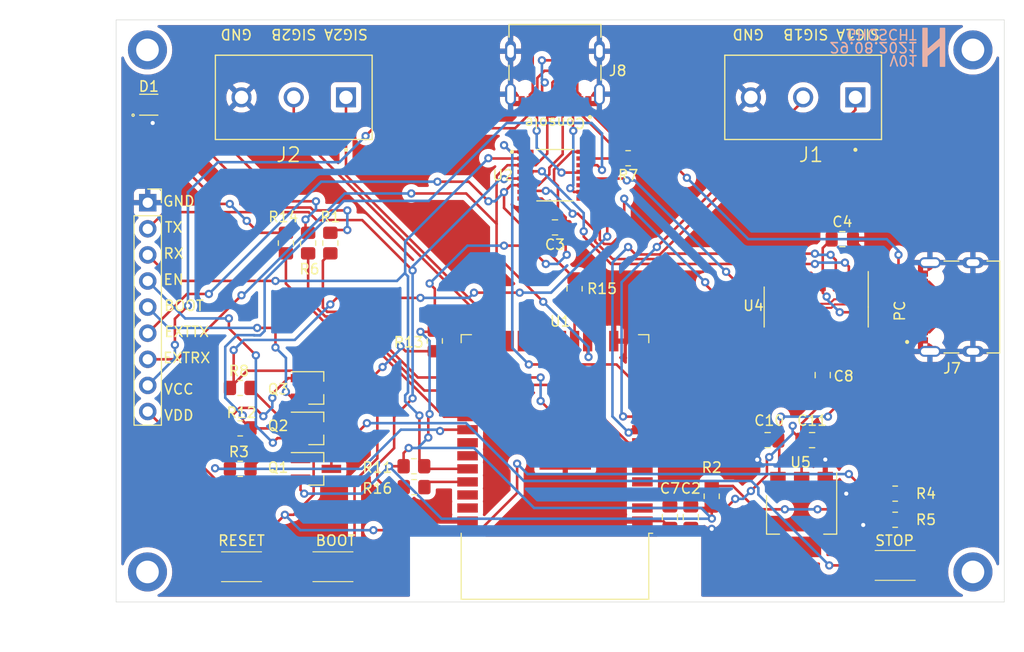
<source format=kicad_pcb>
(kicad_pcb (version 20211014) (generator pcbnew)

  (general
    (thickness 1.6)
  )

  (paper "A4")
  (title_block
    (title "Control")
    (date "2021-08-29")
    (rev "v01")
    (comment 4 "Author: GHOSCHT")
  )

  (layers
    (0 "F.Cu" signal)
    (31 "B.Cu" signal)
    (32 "B.Adhes" user "B.Adhesive")
    (33 "F.Adhes" user "F.Adhesive")
    (34 "B.Paste" user)
    (35 "F.Paste" user)
    (36 "B.SilkS" user "B.Silkscreen")
    (37 "F.SilkS" user "F.Silkscreen")
    (38 "B.Mask" user)
    (39 "F.Mask" user)
    (40 "Dwgs.User" user "User.Drawings")
    (41 "Cmts.User" user "User.Comments")
    (42 "Eco1.User" user "User.Eco1")
    (43 "Eco2.User" user "User.Eco2")
    (44 "Edge.Cuts" user)
    (45 "Margin" user)
    (46 "B.CrtYd" user "B.Courtyard")
    (47 "F.CrtYd" user "F.Courtyard")
    (48 "B.Fab" user)
    (49 "F.Fab" user)
  )

  (setup
    (pad_to_mask_clearance 0)
    (pcbplotparams
      (layerselection 0x00010fc_ffffffff)
      (disableapertmacros false)
      (usegerberextensions true)
      (usegerberattributes true)
      (usegerberadvancedattributes true)
      (creategerberjobfile true)
      (svguseinch false)
      (svgprecision 6)
      (excludeedgelayer true)
      (plotframeref false)
      (viasonmask false)
      (mode 1)
      (useauxorigin false)
      (hpglpennumber 1)
      (hpglpenspeed 20)
      (hpglpendiameter 15.000000)
      (dxfpolygonmode true)
      (dxfimperialunits true)
      (dxfusepcbnewfont true)
      (psnegative false)
      (psa4output false)
      (plotreference true)
      (plotvalue true)
      (plotinvisibletext false)
      (sketchpadsonfab false)
      (subtractmaskfromsilk true)
      (outputformat 1)
      (mirror false)
      (drillshape 0)
      (scaleselection 1)
      (outputdirectory "Gerber/")
    )
  )

  (net 0 "")
  (net 1 "VDD")
  (net 2 "GND")
  (net 3 "MUXDTR")
  (net 4 "VCC")
  (net 5 "Net-(D1-Pad2)")
  (net 6 "Net-(D1-Pad1)")
  (net 7 "Net-(D1-Pad3)")
  (net 8 "RX")
  (net 9 "TX")
  (net 10 "EN")
  (net 11 "BOOT")
  (net 12 "unconnected-(J7-PadA5)")
  (net 13 "unconnected-(J7-PadB8)")
  (net 14 "unconnected-(J7-PadA8)")
  (net 15 "unconnected-(J7-PadB5)")
  (net 16 "EXTRTS")
  (net 17 "EXTDTR")
  (net 18 "Net-(Q2-Pad1)")
  (net 19 "SIG1A")
  (net 20 "SIG1B")
  (net 21 "D+")
  (net 22 "D-")
  (net 23 "SIG2A")
  (net 24 "SIG2B")
  (net 25 "RTS")
  (net 26 "Net-(Q3-Pad1)")
  (net 27 "EXTRX")
  (net 28 "EXTTX")
  (net 29 "DTR")
  (net 30 "LEDR")
  (net 31 "STOPRST")
  (net 32 "Net-(Q1-Pad1)")
  (net 33 "LEDG")
  (net 34 "LEDB")
  (net 35 "MUXRX")
  (net 36 "Net-(R15-Pad2)")
  (net 37 "MUXTX")
  (net 38 "Net-(R16-Pad2)")
  (net 39 "unconnected-(U1-Pad4)")
  (net 40 "unconnected-(U1-Pad5)")
  (net 41 "unconnected-(U1-Pad10)")
  (net 42 "unconnected-(U1-Pad11)")
  (net 43 "MUX")
  (net 44 "unconnected-(U1-Pad13)")
  (net 45 "unconnected-(U1-Pad14)")
  (net 46 "unconnected-(U1-Pad16)")
  (net 47 "unconnected-(U1-Pad19)")
  (net 48 "Net-(Q1-Pad3)")
  (net 49 "unconnected-(U1-Pad20)")
  (net 50 "Net-(C8-Pad2)")
  (net 51 "unconnected-(U1-Pad21)")
  (net 52 "unconnected-(U1-Pad22)")
  (net 53 "unconnected-(U1-Pad23)")
  (net 54 "unconnected-(U1-Pad24)")
  (net 55 "unconnected-(U1-Pad26)")
  (net 56 "unconnected-(U1-Pad29)")
  (net 57 "unconnected-(U1-Pad32)")
  (net 58 "unconnected-(U1-Pad33)")
  (net 59 "unconnected-(U1-Pad36)")
  (net 60 "unconnected-(U1-Pad37)")
  (net 61 "Net-(R5-Pad2)")
  (net 62 "Net-(R7-Pad2)")
  (net 63 "MUXRTS")
  (net 64 "unconnected-(U4-Pad7)")
  (net 65 "unconnected-(U4-Pad8)")
  (net 66 "unconnected-(U4-Pad9)")
  (net 67 "unconnected-(U4-Pad10)")
  (net 68 "unconnected-(U4-Pad11)")
  (net 69 "unconnected-(U4-Pad12)")
  (net 70 "unconnected-(U4-Pad15)")

  (footprint "HRO_TYPE-C-31-M-12:HRO_TYPE-C-31-M-12" (layer "F.Cu") (at 187.96 101.727 90))

  (footprint "Resistor_SMD:R_0805_2012Metric_Pad1.20x1.40mm_HandSolder" (layer "F.Cu") (at 180.399 119.888))

  (footprint "Package_TO_SOT_SMD:SOT-23_Handsoldering" (layer "F.Cu") (at 124.079 117.475))

  (footprint "Resistor_SMD:R_0805_2012Metric_Pad1.20x1.40mm_HandSolder" (layer "F.Cu") (at 116.713 117.475 180))

  (footprint "Resistor_SMD:R_0805_2012Metric_Pad1.20x1.40mm_HandSolder" (layer "F.Cu") (at 180.399 122.428))

  (footprint "SKRKAEE020:SKRKAEE020" (layer "F.Cu") (at 180.399 126.873))

  (footprint "SKRKAEE020:SKRKAEE020" (layer "F.Cu") (at 116.84 127))

  (footprint "HRO_TYPE-C-31-M-12:HRO_TYPE-C-31-M-12" (layer "F.Cu") (at 147.32 76.835 180))

  (footprint "Package_SO:SOIC-16_3.9x9.9mm_P1.27mm" (layer "F.Cu") (at 172.72 101.727 -90))

  (footprint "Capacitor_SMD:C_0805_2012Metric_Pad1.18x1.45mm_HandSolder" (layer "F.Cu") (at 173.355 108.3525 90))

  (footprint "Resistor_SMD:R_0805_2012Metric_Pad1.20x1.40mm_HandSolder" (layer "F.Cu") (at 133.604 117.221))

  (footprint "CUI_TB006-508-03BE:CUI_TB006-508-03BE" (layer "F.Cu") (at 127 81.3255 180))

  (footprint "Resistor_SMD:R_0805_2012Metric_Pad1.20x1.40mm_HandSolder" (layer "F.Cu") (at 162.56 120.142 -90))

  (footprint "CUI_TB006-508-03BE:CUI_TB006-508-03BE" (layer "F.Cu") (at 176.53 81.3255 180))

  (footprint "Capacitor_SMD:C_0805_2012Metric_Pad1.18x1.45mm_HandSolder" (layer "F.Cu") (at 160.528 122.174 -90))

  (footprint "Resistor_SMD:R_0805_2012Metric_Pad1.20x1.40mm_HandSolder" (layer "F.Cu") (at 154.432 87.249 180))

  (footprint "RF_Module:ESP32-WROOM-32" (layer "F.Cu") (at 147.32 114.3 180))

  (footprint "Resistor_SMD:R_0805_2012Metric_Pad1.20x1.40mm_HandSolder" (layer "F.Cu") (at 121.158 95.504 -90))

  (footprint "Package_TO_SOT_SMD:SOT-223-3_TabPin2" (layer "F.Cu") (at 171.3015 121.92 -90))

  (footprint (layer "F.Cu") (at 107.696 127.508))

  (footprint "Resistor_SMD:R_0805_2012Metric_Pad1.20x1.40mm_HandSolder" (layer "F.Cu") (at 149.225 99.949 -90))

  (footprint "CD74HC4053PWR:SOP65P640X120-16N" (layer "F.Cu") (at 147.32 88.9))

  (footprint "Capacitor_SMD:C_0805_2012Metric_Pad1.18x1.45mm_HandSolder" (layer "F.Cu") (at 167.9995 114.681 180))

  (footprint "Resistor_SMD:R_0805_2012Metric_Pad1.20x1.40mm_HandSolder" (layer "F.Cu") (at 116.713 113.538 180))

  (footprint "Capacitor_SMD:C_0805_2012Metric_Pad1.18x1.45mm_HandSolder" (layer "F.Cu") (at 158.496 122.174 -90))

  (footprint "Resistor_SMD:R_0805_2012Metric_Pad1.20x1.40mm_HandSolder" (layer "F.Cu") (at 135.636 105.029 -90))

  (footprint "Capacitor_SMD:C_0805_2012Metric_Pad1.18x1.45mm_HandSolder" (layer "F.Cu") (at 147.32 93.98 180))

  (footprint "Capacitor_SMD:C_0805_2012Metric_Pad1.18x1.45mm_HandSolder" (layer "F.Cu") (at 172.3175 114.681))

  (footprint "TJ-S1615CY6TGLCCSRGB-A5:TJ-S1615CY6TGLCCSRGB-A5" (layer "F.Cu") (at 107.823 82.042))

  (footprint "Connector_PinSocket_2.54mm:PinSocket_1x09_P2.54mm_Vertical" (layer "F.Cu") (at 107.721 91.577))

  (footprint "Capacitor_SMD:C_0805_2012Metric_Pad1.18x1.45mm_HandSolder" (layer "F.Cu") (at 175.26 95.123))

  (footprint "Package_TO_SOT_SMD:SOT-23_Handsoldering" (layer "F.Cu") (at 124.079 109.601))

  (footprint "Package_TO_SOT_SMD:SOT-23_Handsoldering" (layer "F.Cu") (at 124.079 113.538))

  (footprint "Resistor_SMD:R_0805_2012Metric_Pad1.20x1.40mm_HandSolder" (layer "F.Cu") (at 133.62 119.253))

  (footprint (layer "F.Cu") (at 187.96 76.708))

  (footprint "Resistor_SMD:R_0805_2012Metric_Pad1.20x1.40mm_HandSolder" (layer "F.Cu") (at 123.317 95.504 -90))

  (footprint "Resistor_SMD:R_0805_2012Metric_Pad1.20x1.40mm_HandSolder" (layer "F.Cu") (at 125.476 95.504 -90))

  (footprint "Resistor_SMD:R_0805_2012Metric_Pad1.20x1.40mm_HandSolder" (layer "F.Cu") (at 116.713 109.601))

  (footprint "MountingHole:MountingHole_2.2mm_M2_DIN965_Pad" (layer "F.Cu") (at 107.696 76.708))

  (footprint (layer "F.Cu") (at 187.96 127.508))

  (footprint "SKRKAEE020:SKRKAEE020" (layer "F.Cu") (at 125.73 127 180))

  (footprint "logo:logo" (layer "B.Cu") (at 184.15 76.454 180))

  (gr_line (start 104.648 130.429) (end 191.008 130.429) (layer "Edge.Cuts") (width 0.05) (tstamp 00000000-0000-0000-0000-0000612be863))
  (gr_line (start 191.008 73.787) (end 104.648 73.787) (layer "Edge.Cuts") (width 0.05) (tstamp 27cb800c-91f2-4581-a3df-283140f8de7a))
  (gr_line (start 191.008 73.787) (end 191.008 130.429) (layer "Edge.Cuts") (width 0.05) (tstamp 8e2e528c-9fd7-4d33-b2f6-50348f1f17ab))
  (gr_line (start 104.648 73.787) (end 104.648 130.429) (layer "Edge.Cuts") (width 0.05) (tstamp c1dde370-6c97-4cf2-912e-7f65fb9cb8a0))
  (gr_text "V01" (at 181.229 77.724 180) (layer "B.SilkS") (tstamp 0bdb31bb-e7b5-4ded-9a42-2efeb7aa1eac)
    (effects (font (size 1 1) (thickness 0.15)) (justify mirror))
  )
  (gr_text "GHOSCHT" (at 179.07 75.184 180) (layer "B.SilkS") (tstamp 2923ebe6-b266-428c-b7d5-56fe4ec64f67)
    (effects (font (size 1 1) (thickness 0.15)) (justify mirror))
  )
  (gr_text "29.08.2021" (at 178.308 76.454 180) (layer "B.SilkS") (tstamp aa17e972-073e-46ab-870d-59e31e60c64c)
    (effects (font (size 1 1) (thickness 0.15)) (justify mirror))
  )
  (gr_text "BOOT" (at 125.984 124.46) (layer "F.SilkS") (tstamp 088b35ab-6d78-4c44-aeb5-74ffb6209ceb)
    (effects (font (size 1 1) (thickness 0.15)))
  )
  (gr_text "GND" (at 166.116 75.184 180) (layer "F.SilkS") (tstamp 11b9ffc6-14e8-4e91-8762-3d81fe2a07d2)
    (effects (font (size 1 1) (thickness 0.15)))
  )
  (gr_text "TX" (at 110.236 93.98) (layer "F.SilkS") (tstamp 24d2a8f4-83f5-480f-8025-157150dffac1)
    (effects (font (size 1 1) (thickness 0.15)))
  )
  (gr_text "PC" (at 180.848 102.108 90) (layer "F.SilkS") (tstamp 2a8f9805-2ef4-442d-b857-33308da9e6ff)
    (effects (font (size 1 1) (thickness 0.15)))
  )
  (gr_text "EXTTX" (at 111.506 104.14) (layer "F.SilkS") (tstamp 42442343-71e9-4fd8-af53-d327066ba410)
    (effects (font (size 1 1) (thickness 0.15)))
  )
  (gr_text "STOP" (at 180.34 124.46) (layer "F.SilkS") (tstamp 5d4fb0aa-e113-45aa-a776-e15a6f39ec77)
    (effects (font (size 1 1) (thickness 0.15)))
  )
  (gr_text "RESET" (at 116.84 124.46) (layer "F.SilkS") (tstamp 621c3af4-90a1-4ba1-81a2-96555f589eec)
    (effects (font (size 1 1) (thickness 0.15)))
  )
  (gr_text "VCC" (at 110.744 109.728) (layer "F.SilkS") (tstamp 6226a305-f20f-4b9e-b4cb-51ceb4b5635c)
    (effects (font (size 1 1) (thickness 0.15)))
  )
  (gr_text "SIG1A" (at 176.784 75.184 180) (layer "F.SilkS") (tstamp 6cdf380d-6a57-49a6-8f50-d7a4f8042bdc)
    (effects (font (size 1 1) (thickness 0.15)))
  )
  (gr_text "SIG1B" (at 171.704 75.184 180) (layer "F.SilkS") (tstamp 80184351-19b3-4bcd-82a1-58efa7bb8354)
    (effects (font (size 1 1) (thickness 0.15)))
  )
  (gr_text "SIG2B" (at 121.92 75.184 180) (layer "F.SilkS") (tstamp 898d1a4e-37cd-49c7-9c88-360a5e2964d8)
    (effects (font (size 1 1) (thickness 0.15)))
  )
  (gr_text "EXTRX" (at 111.506 106.68) (layer "F.SilkS") (tstamp 92cb1f6a-7469-4da5-bac0-8161abd9c26a)
    (effects (font (size 1 1) (thickness 0.15)))
  )
  (gr_text "GND" (at 110.744 91.44) (layer "F.SilkS") (tstamp a97de3bc-5ccd-42d6-9a63-b1503b8a9792)
    (effects (font (size 1 1) (thickness 0.15)))
  )
  (gr_text "VDD" (at 110.744 112.268) (layer "F.SilkS") (tstamp ae528489-6d55-4f16-814d-6ca34115416c)
    (effects (font (size 1 1) (thickness 0.15)))
  )
  (gr_text "EN" (at 110.236 99.06) (layer "F.SilkS") (tstamp aead7a94-6d70-4c1c-a9ab-3cb20a40441b)
    (effects (font (size 1 1) (thickness 0.15)))
  )
  (gr_text "SIG2A" (at 127 75.184 180) (layer "F.SilkS") (tstamp c536e94d-b0a9-457b-87ac-a4d2776a6072)
    (effects (font (size 1 1) (thickness 0.15)))
  )
  (gr_text "GND" (at 116.332 75.184 180) (layer "F.SilkS") (tstamp cdd4d047-9758-4b64-9ac5-1aaa6e3ca935)
    (effects (font (size 1 1) (thickness 0.15)))
  )
  (gr_text "BOOT" (at 111.252 101.6) (layer "F.SilkS") (tstamp f4ac5d7d-9a90-4d9f-9cdf-2565605b767d)
    (effects (font (size 1 1) (thickness 0.15)))
  )
  (gr_text "Console" (at 147.32 83.82 180) (layer "F.SilkS") (tstamp f588c104-1c05-4c2f-97b5-7cbc3bc48578)
    (effects (font (size 1 1) (thickness 0.15)))
  )
  (gr_text "RX" (at 110.236 96.52) (layer "F.SilkS") (tstamp f6aa4674-d291-423a-aa6a-d393beaaa511)
    (effects (font (size 1 1) (thickness 0.15)))
  )

  (segment (start 176.53 102.235) (end 177.165 102.87) (width 0.25) (layer "F.Cu") (net 1) (tstamp 0772fd48-5bc3-4da8-9b0d-ccf6209591d0))
  (segment (start 134.239 104.14) (end 135.525 104.14) (width 0.25) (layer "F.Cu") (net 1) (tstamp 09539c11-3ba5-4276-b948-a5382bb78908))
  (segment (start 173.355 99.252) (end 173.355 100.33) (width 0.25) (layer "F.Cu") (net 1) (tstamp 0a9c7f15-aa9f-4a0a-b05c-3fc15e0d0978))
  (segment (start 173.355 99.252) (end 173.355 95.9905) (width 0.25) (layer "F.Cu") (net 1) (tstamp 0b3fd315-37ba-42d0-8b56-30a8f9dcf11b))
  (segment (start 171.28 113.089993) (end 171.28 114.681) (width 0.25) (layer "F.Cu") (net 1) (tstamp 0b7afe7a-ff88-44ea-ac05-02dfa9d6276c))
  (segment (start 114.32352 118.49952) (end 122.50448 118.49952) (width 0.25) (layer "F.Cu") (net 1) (tstamp 0ceddf5b-010b-4f0e-9269-3bad7cb9d81b))
  (segment (start 148.3575 93.002698) (end 148.3575 93.98) (width 0.25) (layer "F.Cu") (net 1) (tstamp 1a749d4d-d750-4ef4-8ae3-8f732e4329d6))
  (segment (start 132.604 115.935) (end 133.096 115.443) (width 0.25) (layer "F.Cu") (net 1) (tstamp 1aece9cb-2b9d-4518-9f44-0ccc0cdea940))
  (segment (start 162.56 122.303569) (end 162.574027 122.317596) (width 0.25) (layer "F.Cu") (net 1) (tstamp 1ba25e51-decd-41d7-b19b-b2ab586c204c))
  (segment (start 135.001 114.427) (end 135.001 112.268) (width 0.25) (layer "F.Cu") (net 1) (tstamp 295b5c8a-7bd7-4591-ade0-3435507c03b4))
  (segment (start 122.579 118.425) (end 122.579 119.531) (width 0.25) (layer "F.Cu") (net 1) (tstamp 343cb678-90ca-4aff-af78-94cc88a75536))
  (segment (start 132.604 117.221) (end 131.191 117.221) (width 0.25) (layer "F.Cu") (net 1) (tstamp 345072f7-c29d-4b13-bb9b-df0230736cf0))
  (segment (start 171.3015 114.7025) (end 171.28 114.681) (width 0.25) (layer "F.Cu") (net 1) (tstamp 35c989e0-39e1-43ec-b239-d7e1dcb0c7f0))
  (segment (start 167.926989 116.553011) (end 168.148 116.332) (width 0.25) (layer "F.Cu") (net 1) (tstamp 3aab8366-63f5-4a9a-bf3f-b8a16b9fd9de))
  (segment (start 162.56 121.142) (end 162.56 122.303569) (width 0.25) (layer "F.Cu") (net 1) (tstamp 40840c3a-c337-4642-82f1-bbf967ef10a6))
  (segment (start 148.463 96.647) (end 148.3575 96.5415) (width 0.25) (layer "F.Cu") (net 1) (tstamp 418b02e3-6526-4cf0-82ea-c3c3238b2643))
  (segment (start 135.525 104.14) (end 135.636 104.029) (width 0.25) (layer "F.Cu") (net 1) (tstamp 427bd064-4fc8-407a-a475-7edd970c0697))
  (segment (start 144.653 95.758) (end 146.431 97.536) (width 0.25) (layer "F.Cu") (net 1) (tstamp 4ec9d43d-a546-4687-9474-3b0dd77d9b21))
  (segment (start 173.355 95.9905) (end 174.2225 95.123) (width 0.25) (layer "F.Cu") (net 1) (tstamp 5068ffea-401d-480b-be7d-45dcc507ba42))
  (segment (start 147.230499 89.563181) (end 147.605022 89.937704) (width 0.25) (layer "F.Cu") (net 1) (tstamp 50ef0067-b3a9-43c5-b537-d51ed6c443b2))
  (segment (start 162.417 121.285) (end 162.56 121.142) (width 0.25) (layer "F.Cu") (net 1) (tstamp 585653c5-22e7-4d7b-9b71-fb8ec0e14d9c))
  (segment (start 122.50448 118.49952) (end 122.579 118.425) (width 0.25) (layer "F.Cu") (net 1) (tstamp 58d3fcfb-bd84-4bf3-8b51-59e23982d9e7))
  (segment (start 147.605022 89.937704) (end 147.605022 92.25022) (width 0.25) (layer "F.Cu") (net 1) (tstamp 5e950593-e787-492f-8b7c-8f547d7dba36))
  (segment (start 173.355 100.33) (end 173.736 100.711) (width 0.25) (layer "F.Cu") (net 1) (tstamp 6744e999-2a5e-48b8-9441-51aa812e68d7))
  (segment (start 171.3015 118.77) (end 171.3015 114.7025) (width 0.25) (layer "F.Cu") (net 1) (tstamp 6a1c6a39-a320-48b7-bab4-cc1192b1ccdd))
  (segment (start 177.165 104.202) (end 177.165 107.204993) (width 0.25) (layer "F.Cu") (net 1) (tstamp 73c11c9b-605e-4462-916a-83ee7cabbb43))
  (segment (start 173.355 99.252) (end 173.355 99.628072) (width 0.25) (layer "F.Cu") (net 1) (tstamp 7ba12f4a-ec6d-468c-99a1-51f405e6fc04))
  (segment (start 158.3475 121.285) (end 158.496 121.1365) (width 0.25) (layer "F.Cu") (net 1) (tstamp 7e475ffe-a64d-4cb1-820d-307b1df0149b))
  (segment (start 148.9514 86.625) (end 147.230499 88.345901) (width 0.25) (layer "F.Cu") (net 1) (tstamp 9ce3bc21-a5b6-49f5-b629-dc32c558e229))
  (segment (start 107.721 111.897) (end 114.32352 118.49952) (width 0.25) (layer "F.Cu") (net 1) (tstamp 9e1b2541-b67f-4b5e-bd09-efd5a0086134))
  (segment (start 147.230499 88.345901) (end 147.230499 89.563181) (width 0.25) (layer "F.Cu") (net 1) (tstamp 9f693ee3-ffa9-44a2-84e0-ac72d6dbe1a3))
  (segment (start 166.37 119.634) (end 167.926989 118.077011) (width 0.25) (layer "F.Cu") (net 1) (tstamp a2b97d53-3195-4227-8011-b624454b9fae))
  (segment (start 167.926989 118.077011) (end 167.926989 116.553011) (width 0.25) (layer "F.Cu") (net 1) (tstamp a4064802-7875-4c55-8f07-b0762ce79d9b))
  (segment (start 170.434 113.835) (end 171.28 114.681) (width 0.25) (layer "F.Cu") (net 1) (tstamp a82069c3-7919-45fa-afa6-fc79c0228e3a))
  (segment (start 160.3795 121.285) (end 160.528 121.1365) (width 0.25) (layer "F.Cu") (net 1) (tstamp af438183-42bf-4f00-95bd-83cb89f716bf))
  (segment (start 122.579 119.531) (end 122.936 119.888) (width 0.25) (layer "F.Cu") (net 1) (tstamp b34bf608-3625-42a2-9d34-609708d3b8fe))
  (segment (start 148.3575 96.5415) (end 148.3575 93.98) (width 0.25) (layer "F.Cu") (net 1) (tstamp b3668f36-2753-47f4-9a49-876054e09a6f))
  (segment (start 177.165 102.87) (end 177.165 104.202) (width 0.25) (layer "F.Cu") (net 1) (tstamp b52c907b-8b3f-4ef5-87d2-50ffb8fd7ffc))
  (segment (start 177.165 107.204993) (end 171.28 113.089993) (width 0.25) (layer "F.Cu") (net 1) (tstamp b57cd337-be8b-4f7a-a766-04c16dc178dd))
  (segment (start 162.56 121.142) (end 164.1 121.142) (width 0.25) (layer "F.Cu") (net 1) (tstamp b7affdf8-6c67-4cb0-a191-645d6b76245e))
  (segment (start 150.19 86.625) (end 148.9514 86.625) (width 0.25) (layer "F.Cu") (net 1) (tstamp cc753394-79ea-4b53-a8af-a1bf7d53b10f))
  (segment (start 135.636 104.029) (end 135.636 99.949) (width 0.25) (layer "F.Cu") (net 1) (tstamp cff3efef-0f8f-4180-b13e-7b9f6aaf6281))
  (segment (start 135.636 99.949) (end 135.128 99.441) (width 0.25) (layer "F.Cu") (net 1) (tstamp d5eef11e-fe21-4235-bc85-2c8920677f98))
  (segment (start 132.604 117.221) (end 132.604 115.935) (width 0.25) (layer "F.Cu") (net 1) (tstamp d65d2812-1361-43d8-8287-3dd1106c2248))
  (segment (start 135.001 112.268) (end 135.128 112.141) (width 0.25) (layer "F.Cu") (net 1) (tstamp d752649f-8867-4a3d-b289-6187db024c75))
  (segment (start 175.006 102.235) (end 176.53 102.235) (width 0.25) (layer "F.Cu") (net 1) (tstamp da40ea85-accb-4afa-806b-e4833abeed1e))
  (segment (start 147.605022 92.25022) (end 148.3575 93.002698) (width 0.25) (layer "F.Cu") (net 1) (tstamp defb4790-822e-406a-886d-2dccfcf9a195))
  (segment (start 164.1 121.142) (end 164.846 120.396) (width 0.25) (layer "F.Cu") (net 1) (tstamp e0622e0c-c962-4d15-afc4-1deec92b669a))
  (segment (start 170.434 113.284) (end 170.434 113.835) (width 0.25) (layer "F.Cu") (net 1) (tstamp e8b56a80-d3e0-43c7-b08f-00c7e1b348c8))
  (segment (start 142.367 95.758) (end 144.653 95.758) (width 0.25) (layer "F.Cu") (net 1) (tstamp e90ee953-5405-4a9d-af65-8a627a5e9c27))
  (segment (start 155.82 121.285) (end 162.417 121.285) (width 0.25) (layer "F.Cu") (net 1) (tstamp eebd6bcd-d38b-41a3-be37-17ab9bba9c94))
  (via (at 164.846 120.396) (size 0.8) (drill 0.4) (layers "F.Cu" "B.Cu") (net 1) (tstamp 18840ba6-e9c9-4c29-8bba-f8492c1e4bbe))
  (via (at 133.096 115.443) (size 0.8) (drill 0.4) (layers "F.Cu" "B.Cu") (net 1) (tstamp 2021f175-0a66-43bc-8c54-3b3b783c01d1))
  (via (at 173.736 100.711) (size 0.8) (drill 0.4) (layers "F.Cu" "B.Cu") (net 1) (tstamp 232054d8-fe51-4f6e-b84d-2bc2bf4f3aa0))
  (via (at 170.434 113.284) (size 0.8) (drill 0.4) (layers "F.Cu" "B.Cu") (net 1) (tstamp 2513bb60-f36a-4b2c-bd12-64ca567aef4c))
  (via (at 166.37 119.634) (size 0.8) (drill 0.4) (layers "F.Cu" "B.Cu") (net 1) (tstamp 42f77991-b59b-460d-b37d-128406f3f563))
  (via (at 142.367 95.758) (size 0.8) (drill 0.4) (layers "F.Cu" "B.Cu") (net 1) (tstamp 4501db26-2488-4db9-af45-4b3467011c80))
  (via (at 134.239 104.14) (size 0.8) (drill 0.4) (layers "F.Cu" "B.Cu") (net 1) (tstamp 492b4325-719b-4029-8f69-57186437ff7d))
  (via (at 168.148 116.332) (size 0.8) (drill 0.4) (layers "F.Cu" "B.Cu") (net 1) (tstamp 50fad4b8-0f32-44e5-b80c-7c8bd244bd6b))
  (via (at 135.128 99.441) (size 0.8) (drill 0.4) (layers "F.Cu" "B.Cu") (net 1) (tstamp 6221b4e6-9140-4049-861c-0eafd26316ba))
  (via (at 148.463 96.647) (size 0.8) (drill 0.4) (layers "F.Cu" "B.Cu") (net 1) (tstamp 6cb093cc-353e-4b67-8094-551608dc1e7e))
  (via (at 162.574027 122.317596) (size 0.8) (drill 0.4) (layers "F.Cu" "B.Cu") (net 1) (tstamp 89da002b-1c6b-4f22-a7ad-bcf65f82819e))
  (via (at 135.001 114.427) (size 0.8) (drill 0.4) (layers "F.Cu" "B.Cu") (net 1) (tstamp 9cb21eb4-986e-4d26-9147-63d29d7c7b73))
  (via (at 135.128 112.141) (size 0.8) (drill 0.4) (layers "F.Cu" "B.Cu") (net 1) (tstamp bfbdec1c-3f00-4e3f-a960-a05ea99d5c95))
  (via (at 146.431 97.536) (size 0.8) (drill 0.4) (layers "F.Cu" "B.Cu") (net 1) (tstamp c4676c82-8be7-43c7-ade8-7271cc2a881f))
  (via (at 175.006 102.235) (size 0.8) (drill 0.4) (layers "F.Cu" "B.Cu") (net 1) (tstamp d5eae238-2bf7-49b2-a399-fc40f0683f3a))
  (via (at 122.936 119.888) (size 0.8) (drill 0.4) (layers "F.Cu" "B.Cu") (net 1) (tstamp dc544e89-32c3-4445-98c2-04b3b91d6685))
  (via (at 131.191 117.221) (size 0.8) (drill 0.4) (layers "F.Cu" "B.Cu") (net 1) (tstamp fb89ad61-c608-4886-acc7-50d84b02865b))
  (segment (start 165.608 120.396) (end 166.37 119.634) (width 0.25) (layer "B.Cu") (net 1) (tstamp 021e50eb-f434-436c-96fe-615aa4e1c176))
  (segment (start 131.191 117.221) (end 136.297543 122.327543) (width 0.25) (layer "B.Cu") (net 1) (tstamp 09510aad-744d-4e76-84e6-9e7d678cbe82))
  (segment (start 122.936 119.888) (end 128.524 119.888) (width 0.25) (layer "B.Cu") (net 1) (tstamp 0dadc6cf-eb96-4951-85e9-e0c787c3fdfc))
  (segment (start 136.297543 122.327543) (end 162.56408 122.327543) (width 0.25) (layer "B.Cu") (net 1) (tstamp 1458f440-8773-4375-a788-3dacc7873cb6))
  (segment (start 173.736 100.965) (end 175.006 102.235) (width 0.25) (layer "B.Cu") (net 1) (tstamp 1a060c41-e347-43d0-be76-cda6be6fabdb))
  (segment (start 162.56408 122.327543) (end 162.574027 122.317596) (width 0.25) (layer "B.Cu") (net 1) (tstamp 1b88db39-08c0-4e9a-928c-64d2b65e8f13))
  (segment (start 146.431 97.536) (end 147.574 97.536) (width 0.25) (layer "B.Cu") (net 1) (tstamp 2198910c-e4cf-47f8-bf8f-cbbbc3478ac3))
  (segment (start 135.128 112.141) (end 135.128 105.029) (width 0.25) (layer "B.Cu") (net 1) (tstamp 3186f461-6363-44b7-a33a-33bed59e4434))
  (segment (start 170.434 114.046) (end 170.434 113.284) (width 0.25) (layer "B.Cu") (net 1) (tstamp 34f20199-ca06-40d1-8580-b81f90c00cf8))
  (segment (start 145.288 121.285) (end 161.541431 121.285) (width 0.25) (layer "B.Cu") (net 1) (tstamp 3a761c2b-07fd-433e-a62f-3878d7bc6ba9))
  (segment (start 147.574 97.536) (end 148.463 96.647) (width 0.25) (layer "B.Cu") (net 1) (tstamp 40ac8635-5d7f-4583-b6fb-cb9e6af80bde))
  (segment (start 138.811 95.758) (end 142.367 95.758) (width 0.25) (layer "B.Cu") (net 1) (tstamp 4c613a89-ac24-4a04-a084-f9e352b15c0b))
  (segment (start 168.148 116.332) (end 170.434 114.046) (width 0.25) (layer "B.Cu") (net 1) (tstamp 65722034-28f2-4b02-a23d-9f52d6b6ffc9))
  (segment (start 161.541431 121.285) (end 162.574027 122.317596) (width 0.25) (layer "B.Cu") (net 1) (tstamp 75bb7da6-039f-40b8-ba94-99186b61d8b3))
  (segment (start 173.736 100.711) (end 173.736 100.965) (width 0.25) (layer "B.Cu") (net 1) (tstamp 7b186dc8-e40f-4e57-b661-81bd77a787b0))
  (segment (start 133.096 115.443) (end 133.985 115.443) (width 0.25) (layer "B.Cu") (net 1) (tstamp 7b1c8056-d92e-4fa6-97c4-e749f8a138eb))
  (segment (start 128.524 119.888) (end 131.191 117.221) (width 0.25) (layer "B.Cu") (net 1) (tstamp 7fb664a2-82a3-4290-b696-2187d2a43efa))
  (segment (start 135.128 105.029) (end 134.239 104.14) (width 0.25) (layer "B.Cu") (net 1) (tstamp 815965e0-40fa-4af4-8276-781b56064ceb))
  (segment (start 133.096 115.443) (end 139.446 115.443) (width 0.25) (layer "B.Cu") (net 1) (tstamp 82bb7156-1a6e-4d66-a09d-1fa84847ab75))
  (segment (start 139.446 115.443) (end 145.288 121.285) (width 0.25) (layer "B.Cu") (net 1) (tstamp 8416dec8-9844-4f31-a549-a6821ad18541))
  (segment (start 135.128 99.441) (end 138.811 95.758) (width 0.25) (layer "B.Cu") (net 1) (tstamp b3861277-460b-459f-9615-f77724548773))
  (segment (start 133.985 115.443) (end 135.001 114.427) (width 0.25) (layer "B.Cu") (net 1) (tstamp c1e67729-27c7-45dc-869e-f9df84ca8004))
  (segment (start 164.846 120.396) (end 165.608 120.396) (width 0.25) (layer "B.Cu") (net 1) (tstamp f659ace2-501e-415d-8f61-6e9a089ba861))
  (segment (start 166.962 114.681) (end 166.962 116.5645) (width 0.25) (layer "F.Cu") (net 2) (tstamp 1b1a26fb-eea8-4963-98ba-3cac0a0e7699))
  (segment (start 173.6015 118.77) (end 173.6015 116.572) (width 0.25) (layer "F.Cu") (net 2) (tstamp 22dd4885-f793-41fd-ba84-9e4b22514ffd))
  (segment (start 173.6015 116.572) (end 173.6015 114.9275) (width 0.25) (layer "F.Cu") (net 2) (tstamp 24d69e87-630c-4724-b73d-b9e4caa64bc0))
  (segment (start 106.951 82.567) (end 108.204 83.82) (width 0.25) (layer "F.Cu") (net 2) (tstamp 28710afd-dbe4-49da-80e6-73b74ac15c5b))
  (segment (start 162.4545 123.2115) (end 162.56 123.317) (width 0.25) (layer "F.Cu") (net 2) (tstamp 3341f917-00e9-4810-94f3-96deafe06e46))
  (segment (start 173.6015 118.77) (end 174.523 118.77) (width 0.25) (layer "F.Cu") (net 2) (tstamp 4fa34a99-9ad0-40fe-b35b-ef05b125c097))
  (segment (start 176.2975 95.123) (end 177.165 95.9905) (width 0.25) (layer "F.Cu") (net 2) (tstamp 5113a62a-daec-470b-a57d-52848c897cce))
  (segment (start 157.8395 122.555) (end 158.496 123.2115) (width 0.25) (layer "F.Cu") (net 2) (tstamp 59e48bd4-8c69-4be4-8845-3a9b411cbd7a))
  (segment (start 146.2825 93.98) (end 146.2825 91.4185) (width 0.25) (layer "F.Cu") (net 2) (tstamp 725aa646-07f4-41a4-87d7-9ecbdefef9f2))
  (segment (start 160.528 123.2115) (end 162.4545 123.2115) (width 0.25) (layer "F.Cu") (net 2) (tstamp 73ad6bf0-ec84-4d6c-b16b-9e75d276023d))
  (segment (start 178.891 122.936) (end 179.399 122.428) (width 0.25) (layer "F.Cu") (net 2) (tstamp 7ad25299-91f9-411e-a806-ef030c3fa5ee))
  (segment (start 166.962 116.5645) (end 166.9835 116.586) (width 0.25) (layer "F.Cu") (net 2) (tstamp 8d9d6cc8-1df0-4396-b630-452cd78f693c))
  (segment (start 158.496 123.2115) (end 160.528 123.2115) (width 0.25) (layer "F.Cu") (net 2) (tstamp a8d0cb69-2c4b-4754-99f8-fc8a779a0974))
  (segment (start 146.2825 91.4185) (end 146.039 91.175) (width 0.25) (layer "F.Cu") (net 2) (tstamp b074f8cd-fad1-46b9-932c-c465284afbb1))
  (segment (start 146.039 91.175) (end 144.45 91.175) (width 0.25) (layer "F.Cu") (net 2) (tstamp b3681630-b389-486a-b9d4-90e531d3386b))
  (segment (start 177.292 122.936) (end 178.891 122.936) (width 0.25) (layer "F.Cu") (net 2) (tstamp b7c4e718-e9fc-41f2-9dde-a81edcc7f4a8))
  (segment (start 174.523 118.77) (end 175.641 119.888) (width 0.25) (layer "F.Cu") (net 2) (tstamp c01a7fa2-f6d9-4011-84aa-912ba0204808))
  (segment (start 177.165 95.9905) (end 177.165 99.252) (width 0.25) (layer "F.Cu") (net 2) (tstamp c0662c31-007e-4a59-9a39-643b26e05f6a))
  (segment (start 106.948 82.567) (end 106.951 82.567) (width 0.25) (layer "F.Cu") (net 2) (tstamp c092d043-177b-4258-bbe1-d02c6aa9e6f2))
  (segment (start 155.82 122.555) (end 157.8395 122.555) (width 0.25) (layer "F.Cu") (net 2) (tstamp cb6740b8-549b-4a6a-8a21-34c650e4454b))
  (segment (start 173.6015 114.9275) (end 173.355 114.681) (width 0.25) (layer "F.Cu") (net 2) (tstamp ceff2bb7-36a6-4e42-aa95-a1cec1a60fac))
  (via (at 173.6015 116.572) (size 0.8) (drill 0.4) (layers "F.Cu" "B.Cu") (net 2) (tstamp 4b7111c5-fe81-4118-b1e4-c4d052eff531))
  (via (at 162.56 123.317) (size 0.8) (drill 0.4) (layers "F.Cu" "B.Cu") (net 2) (tstamp 5d2bd8b0-5cab-45cd-94be-9e46fce1ebdf))
  (via (at 108.204 83.82) (size 0.8) (drill 0.4) (layers "F.Cu" "B.Cu") (net 2) (tstamp 65d4236e-6c52-480b-8bda-0f826f32e119))
  (via (at 177.292 122.936) (size 0.8) (drill 0.4) (layers "F.Cu" "B.Cu") (net 2) (tstamp cc7203da-a79f-4b15-b87e-565d408b2693))
  (via (at 166.9835 116.586) (size 0.8) (drill 0.4) (layers "F.Cu" "B.Cu") (net 2) (tstamp dc882d02-3cc4-472e-953a-e876b227b064))
  (via (at 175.641 119.888) (size 0.8) (drill 0.4) (layers "F.Cu" "B.Cu") (net 2) (tstamp f4c05903-6605-4c59-ad49-bc9b4a305eef))
  (segment (start 167.454001 117.056501) (end 173.116999 117.056501) (width 0.25) (layer "B.Cu") (net 2) (tstamp 03701660-0af0-4e7b-9171-9ebb83616505))
  (segment (start 177.292 121.539) (end 177.292 122.936) (width 0.25) (layer "B.Cu") (net 2) (tstamp 0af4423f-526a-4566-a231-c799bbcf3554))
  (segment (start 173.116999 117.056501) (end 173.6015 116.572) (width 0.25) (layer "B.Cu") (net 2) (tstamp 9cc4dd77-3f84-4100-af30-ea4c8fa3485e))
  (segment (start 166.9835 116.586) (end 167.454001 117.056501) (width 0.25) (layer "B.Cu") (net 2) (tstamp a8fbe27e-9ac5-4a7e-9fdd-562a15ef552a))
  (segment (start 175.641 119.888) (end 177.292 121.539) (width 0.25) (layer "B.Cu") (net 2) (tstamp d221c8f4-d085-4b97-97ff-586e683055df))
  (segment (start 173.355 109.39) (end 171.816928 109.39) (width 0.25) (layer "F.Cu") (net 3) (tstamp 1c3898c9-3ac5-4d44-b9d9-c1020fe387a4))
  (segment (start 171.816928 109.39) (end 161.925 99.498072) (width 0.25) (layer "F.Cu") (net 3) (tstamp 21bfb576-c1af-4d62-81a8-6e7add502321))
  (segment (start 152.099901 95.593501) (end 151.675499 95.169099) (width 0.25) (layer "F.Cu") (net 3) (tstamp 470d1942-5b9b-4342-843d-aef6b12b04ae))
  (segment (start 151.675499 92.660499) (end 150.19 91.175) (width 0.25) (layer "F.Cu") (net 3) (tstamp 50e6951e-070a-4712-8d51-d68f34bd0479))
  (segment (start 151.675499 95.169099) (end 151.675499 92.660499) (width 0.25) (layer "F.Cu") (net 3) (tstamp 7180e7ea-9ace-46a6-9015-3c87fe6a25bb))
  (segment (start 154.051 91.186) (end 154.051 94.3696) (width 0.25) (layer "F.Cu") (net 3) (tstamp 95a326cc-494d-424f-9e30-10f61f7db13d))
  (segment (start 161.925 99.498072) (end 161.925 99.314) (width 0.25) (layer "F.Cu") (net 3) (tstamp c1f79773-ba42-4db4-84ff-a5f20356e84d))
  (segment (start 154.051 94.3696) (end 152.827099 95.593501) (width 0.25) (layer "F.Cu") (net 3) (tstamp dd76bfe3-6145-471a-a6e2-f667ce6b2608))
  (segment (start 152.827099 95.593501) (end 152.099901 95.593501) (width 0.25) (layer "F.Cu") (net 3) (tstamp ffb2000e-84fc-40fb-a847-21f7a641599d))
  (via (at 161.925 99.314) (size 0.8) (drill 0.4) (layers "F.Cu" "B.Cu") (net 3) (tstamp 298c1273-0262-4481-88f4-f395c24d986b))
  (via (at 154.051 91.186) (size 0.8) (drill 0.4) (layers "F.Cu" "B.Cu") (net 3) (tstamp 2ba2cf8b-7e8c-4592-aac0-8187924a8897))
  (segment (start 161.925 99.314) (end 154.051 91.44) (width 0.25) (layer "B.Cu") (net 3) (tstamp 3a3a4e13-c3e9-4ddd-ad75-8f0424005dd2))
  (segment (start 154.051 91.44) (end 154.051 91.186) (width 0.25) (layer "B.Cu") (net 3) (tstamp 443e0251-73ce-467c-b489-27f0a14fe129))
  (segment (start 149.485479 76.968479) (end 149.485479 80.785108) (width 0.25) (layer "F.Cu") (net 4) (tstamp 13f83cd7-de8f-485c-be0e-4b54fafcde0e))
  (segment (start 169.126501 114.770501) (end 169.037 114.681) (width 0.25) (layer "F.Cu") (net 4) (tstamp 1458619f-4ba2-440f-9a7e-e3ff9bd131ba))
  (segment (start 183.725371 104.177) (end 185.039 102.863371) (width 0.25) (layer "F.Cu") (net 4) (tstamp 159a00be-8b01-4939-8a20-1270111fc2a9))
  (segment (start 169.0015 118.77) (end 169.126501 118.644999) (width 0.25) (layer "F.Cu") (net 4) (tstamp 1d2837dc-2094-4b4c-8819-55e93b72904f))
  (segment (start 182.865 99.277) (end 183.689022 99.277) (width 0.25) (layer "F.Cu") (net 4) (tstamp 1db97cd5-a9c7-49d5-ac3c-31561c13d7ce))
  (segment (start 149.77 82.905) (end 153.08948 86.22448) (width 0.25) (layer "F.Cu") (net 4) (tstamp 24a583aa-0f30-44d0-a9a2-5b4656a97115))
  (segment (start 182.865 104.177) (end 181.89 104.177) (width 0.25) (layer "F.Cu") (net 4) (tstamp 31f68ee2-e0c7-40c5-a039-bf6aa69b083c))
  (segment (start 129.667 84.328) (end 128.905 85.09) (width 0.25) (layer "F.Cu") (net 4) (tstamp 44f325b7-2434-46be-9c68-c124715d1134))
  (segment (start 182.865 104.177) (end 183.725371 104.177) (width 0.25) (layer "F.Cu") (net 4) (tstamp 52f7eda6-fd5b-45d7-8bb2-d7202850821c))
  (segment (start 183.689022 99.277) (end 185.039 100.626978) (width 0.25) (layer "F.Cu") (net 4) (tstamp 60cf15eb-a9ee-40b5-89ae-b6a31cfc5fa6))
  (segment (start 185.039 102.863371) (end 185.039 101.219) (width 0.25) (layer "F.Cu") (net 4) (tstamp 676a8f69-db83-4e4e-bc79-7b0584db297e))
  (segment (start 144.87 82.905) (end 143.447 84.328) (width 0.25) (layer "F.Cu") (net 4) (tstamp 70619cc5-1c6f-48c2-9b10-232582f78a7c))
  (segment (start 169.291 114.427) (end 169.037 114.681) (width 0.25) (layer "F.Cu") (net 4) (tstamp 710596b1-3d67-433c-9052-07eb5c967758))
  (segment (start 169.291 112.395) (end 169.291 114.427) (width 0.25) (layer "F.Cu") (net 4) (tstamp 733fc3da-e9cc-4149-8c0f-4d1dbe4e5bed))
  (segment (start 185.039 100.626978) (end 185.039 101.219) (width 0.25) (layer "F.Cu") (net 4) (tstamp 739b332b-cf66-40c8-b6eb-859e1a1df42d))
  (segment (start 145.154521 77.095479) (end 145.796 76.454) (width 0.25) (layer "F.Cu") (net 4) (tstamp 7401f853-b4d1-48b8-bf29-a300484159fd))
  (segment (start 180.721 96.647) (end 180.721 98.108) (width 0.25) (layer "F.Cu") (net 4) (tstamp 8379ea4c-bb45-4960-a402-e6c9cfef45fc))
  (segment (start 149.77 81.069629) (end 149.77 81.93) (width 0.25) (layer "F.Cu") (net 4) (tstamp 8b1e5577-f512-4e17-9b8a-b8f5a598adf1))
  (segment (start 181.89 99.277) (end 182.865 99.277) (width 0.25) (layer "F.Cu") (net 4) (tstamp 8e0ead45-4c20-4b9c-b2c4-eb8d93c6147f))
  (segment (start 148.971 76.454) (end 149.485479 76.968479) (width 0.25) (layer "F.Cu") (net 4) (tstamp 8f17ef81-8651-4c75-93ec-537a207cd59c))
  (segment (start 144.87 81.069629) (end 145.154521 80.785108) (width 0.25) (layer "F.Cu") (net 4) (tstamp 98c6e729-5491-42d1-bdd1-3ad0b02fc0a5))
  (segment (start 173.863 112.204) (end 173.863 112.395) (width 0.25) (layer "F.Cu") (net 4) (tstamp 9a430b43-2369-45cf-bff2-2e8002afe0b9))
  (segment (start 180.721 98.108) (end 181.89 99.277) (width 0.25) (layer "F.Cu") (net 4) (tstamp 9ac7b8fa-9780-4cae-a1d2-c8642f09820a))
  (segment (start 129.794 84.328) (end 129.667 84.328) (width 0.25) (layer "F.Cu") (net 4) (tstamp a315dfc8-c11a-409b-bf85-1226d0fdb62e))
  (segment (start 110.363 102.87) (end 110.363 105.41) (width 0.25) (layer "F.Cu") (net 4) (tstamp acc25bff-a2ae-44d4-a22f-49eacdbb63fb))
  (segment (start 157.21748 86.22448) (end 160.147 89.154) (width 0.25) (layer "F.Cu") (net 4) (tstamp b58ed26e-a550-4162-b104-fafc9d6e8463))
  (segment (start 145.154521 80.785108) (end 145.154521 77.095479) (width 0.25) (layer "F.Cu") (net 4) (tstamp b67bd46e-8e27-46c9-a228-d31a75e65ca8))
  (segment (start 144.87 81.93) (end 144.87 81.069629) (width 0.25) (layer "F.Cu") (net 4) (tstamp bc05e958-067d-4f77-acb2-e677e3a4011e))
  (segment (start 181.89 104.177) (end 173.863 112.204) (width 0.25) (layer "F.Cu") (net 4) (tstamp bd0dd924-bb8c-42f1-8b45-50195b8253aa))
  (segment (start 153.08948 86.22448) (end 157.21748 86.22448) (width 0.25) (layer "F.Cu") (net 4) (tstamp bd144e47-ee69-44af-b18f-c084705fecea))
  (segment (start 111.633 101.6) (end 110.363 102.87) (width 0.25) (layer "F.Cu") (net 4) (tstamp c00c5cdc-e2cb-4281-a355-ceb21eef17fe))
  (segment (start 169.126501 118.644999) (end 169.126501 114.770501) (width 0.25) (layer "F.Cu") (net 4) (tstamp dce0d0c8-64fc-42c2-af24-ca4fc661c13d))
  (segment (start 149.485479 80.785108) (end 149.77 81.069629) (width 0.25) (layer "F.Cu") (net 4) (tstamp e51734af-6b81-493e-b1bd-f33ca2b4c493))
  (segment (start 149.77 81.93) (end 149.77 82.905) (width 0.25) (layer "F.Cu") (net 4) (tstamp ef53cd1c-7c4b-4540-835b-9e68e41635aa))
  (segment (start 143.447 84.328) (end 129.794 84.328) (width 0.25) (layer "F.Cu") (net 4) (tstamp f0926dee-6a22-4dc2-96fe-a98b3d49e4db))
  (segment (start 145.796 76.454) (end 148.971 76.454) (width 0.25) (layer "F.Cu") (net 4) (tstamp fa890843-4bc6-482b-8cad-eb7fdd6c27db))
  (segment (start 144.87 81.93) (end 144.87 82.905) (width 0.25) (layer "F.Cu") (net 4) (tstamp fcbcbf51-4bfb-4051-ac2b-1846cfb83bc7))
  (via (at 110.363 105.41) (size 0.8) (drill 0.4) (layers "F.Cu" "B.Cu") (net 4) (tstamp 142f234b-3d98-4c23-b6d9-45dbc8fd0e30))
  (via (at 180.721 96.647) (size 0.8) (drill 0.4) (layers "F.Cu" "B.Cu") (net 4) (tstamp 398d19a0-15b1-4e7d-a95e-e4313abdf981))
  (via (at 169.291 112.395) (size 0.8) (drill 0.4) (layers "F.Cu" "B.Cu") (net 4) (tstamp 71690529-582a-4b64-b701-7c03b26529f6))
  (via (at 111.633 101.6) (size 0.8) (drill 0.4) (layers "F.Cu" "B.Cu") (net 4) (tstamp b1bf5a46-770f-41db-b43c-ea6e83c7f178))
  (via (at 160.147 89.154) (size 0.8) (drill 0.4) (layers "F.Cu" "B.Cu") (net 4) (tstamp b789eadd-8dd4-46f8-af88-99bc532708cf))
  (via (at 128.905 85.09) (size 0.8) (drill 0.4) (layers "F.Cu" "B.Cu") (net 4) (tstamp de0d518c-fee4-4246-941c-762d667ba5e2))
  (via (at 173.863 112.395) (size 0.8) (drill 0.4) (layers "F.Cu" "B.Cu") (net 4) (tstamp e80f590a-3c5e-4e36-9608-631e254c1ff9))
  (segment (start 111.633 90.551) (end 111.633 101.6) (width 0.25) (layer "B.Cu") (net 4) (tstamp 0d98f8c6-9a2d-4e13-88bf-45c227c31044))
  (segment (start 166.116 95.123) (end 179.578 95.123) (width 0.25) (layer "B.Cu") (net 4) (tstamp 15416255-62e4-4a3e-bdbe-995c6ca7509c))
  (segment (start 110.363 106.715) (end 107.721 109.357) (width 0.25) (layer "B.Cu") (net 4) (tstamp 2af76883-c89e-4a64-88b6-2485649f3751))
  (segment (start 128.905 85.09) (end 126.365 87.63) (width 0.25) (layer "B.Cu") (net 4) (tstamp 60fa68c9-9b44-46d3-af28-f1511fbb8383))
  (segment (start 180.721 96.266) (end 180.721 96.647) (width 0.25) (layer "B.Cu") (net 4) (tstamp 66aea902-0d1b-4e4c-a66e-4346da4fffda))
  (segment (start 160.147 89.154) (end 166.116 95.123) (width 0.25) (layer "B.Cu") (net 4) (tstamp 8ee6e6d6-0399-4988-af28-f246ed41d41f))
  (segment (start 114.554 87.63) (end 111.633 90.551) (width 0.25) (layer "B.Cu") (net 4) (tstamp a8ec2c72-7335-4ea2-955a-dd8ebe35e032))
  (segment (start 179.578 95.123) (end 180.721 96.266) (width 0.25) (layer "B.Cu") (net 4) (tstamp b9c545d6-eeed-4035-bc2e-e594c40a185b))
  (segment (start 173.863 112.395) (end 169.291 112.395) (width 0.25) (layer "B.Cu") (net 4) (tstamp cd85df34-8f74-4fcf-bea1-22b89269999b))
  (segment (start 110.363 105.41) (end 110.363 106.715) (width 0.25) (layer "B.Cu") (net 4) (tstamp dfe63a93-e1f7-44dd-984a-f3e83f7320b9))
  (segment (start 126.365 87.63) (end 114.554 87.63) (width 0.25) (layer "B.Cu") (net 4) (tstamp e0121400-aaec-48a9-8278-0d49e20050ba))
  (segment (start 123.063 93.218) (end 123.063 94.25) (width 0.25) (layer "F.Cu") (net 5) (tstamp 055bdf6c-8cc3-4825-bfa6-d4d011a61b81))
  (segment (start 123.063 94.25) (end 123.317 94.504) (width 0.25) (layer "F.Cu") (net 5) (tstamp 1d1a0762-bf31-4111-a033-66fb82b96b6f))
  (segment (start 108.698 81.517) (end 110.981 81.517) (width 0.25) (layer "F.Cu") (net 5) (tstamp 235083b7-5a25-4ab2-bc48-ffe6a5a7522e))
  (segment (start 110.981 81.517) (end 120.904 91.44) (width 0.25) (layer "F.Cu") (net 5) (tstamp 3ae21c60-bce6-473e-a7a6-cb32caa24841))
  (segment (start 120.904 91.44) (end 124.079 91.44) (width 0.25) (layer "F.Cu") (net 5) (tstamp 92dc4655-7583-473f-9ce1-c49d8731bbad))
  (via (at 123.063 93.218) (size 0.8) (drill 0.4) (layers "F.Cu" "B.Cu") (net 5) (tstamp 4f7dccf8-2433-4876-9a50-803c8819423b))
  (via (at 124.079 91.44) (size 0.8) (drill 0.4) (layers "F.Cu" "B.Cu") (net 5) (tstamp c115e7db-5c9b-4aa3-9e0e-4f39610f2a8a))
  (segment (start 124.079 92.202) (end 123.063 93.218) (width 0.25) (layer "B.Cu") (net 5) (tstamp 0bc0a6c2-c975-4b15-ac71-9d1b6a059e02))
  (segment (start 124.079 91.44) (end 124.079 92.202) (width 0.25) (layer "B.Cu") (net 5) (tstamp fd3e665e-4faf-4888-87b3-84b7f58127b7))
  (segment (start 106.948 81.517) (end 106.798 81.517) (width 0.25) (layer "F.Cu") (net 6) (tstamp 2694e49b-57ba-4826-81df-532c8655f0a3))
  (segment (start 117.348 93.345) (end 118.507 94.504) (width 0.25) (layer "F.Cu") (net 6) (tstamp 52d1fb62-4b7b-4ab9-87a4-7e84235ba5ba))
  (segment (start 106.198489 82.116511) (end 106.198489 83.166511) (width 0.25) (layer "F.Cu") (net 6) (tstamp 6ac55c75-9f8c-4684-ad03-b9
... [612764 chars truncated]
</source>
